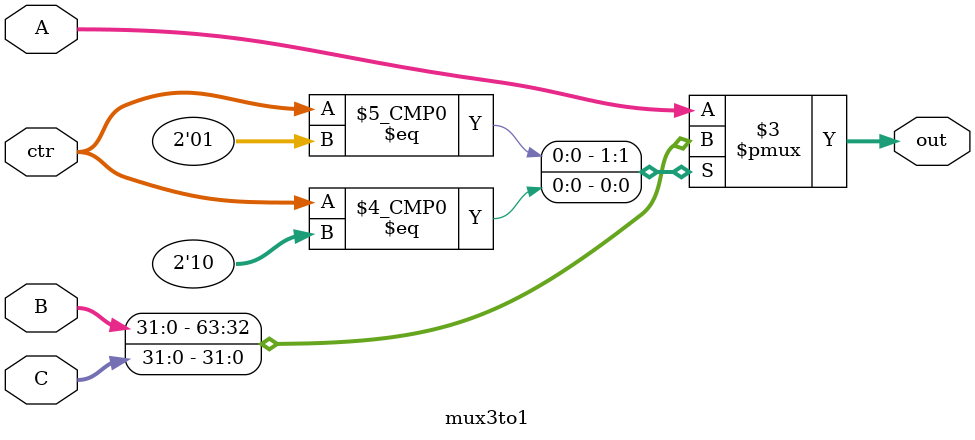
<source format=v>
`timescale 1ns / 1ps


module mux3to1
#(parameter k=32)
(
	input [k-1:0] A,
	input [k-1:0] B,
	input [k-1:0] C,
	input [1:0] ctr,
	output reg [k-1:0] out
);
	
always @(*)
begin
	case(ctr)
	2'b00:
		begin out<=A;end
	2'b01:
		begin out<=B;end
	2'b10:
		begin out<=C;end
    default:
        begin out<=A;end
    endcase
end
	
endmodule

</source>
